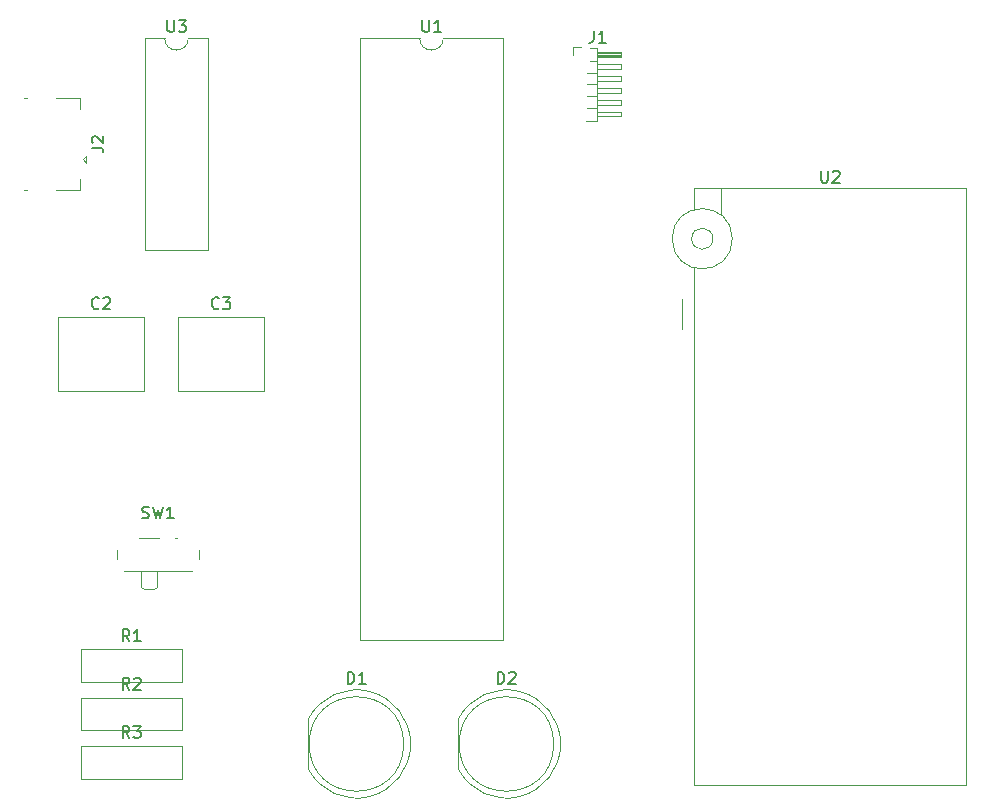
<source format=gbr>
%TF.GenerationSoftware,KiCad,Pcbnew,7.0.5-0*%
%TF.CreationDate,2023-06-15T01:07:24+01:00*%
%TF.ProjectId,EEPROM Programmer,45455052-4f4d-4205-9072-6f6772616d6d,rev?*%
%TF.SameCoordinates,Original*%
%TF.FileFunction,Legend,Top*%
%TF.FilePolarity,Positive*%
%FSLAX46Y46*%
G04 Gerber Fmt 4.6, Leading zero omitted, Abs format (unit mm)*
G04 Created by KiCad (PCBNEW 7.0.5-0) date 2023-06-15 01:07:24*
%MOMM*%
%LPD*%
G01*
G04 APERTURE LIST*
%ADD10C,0.150000*%
%ADD11C,0.120000*%
G04 APERTURE END LIST*
D10*
%TO.C,U1*%
X47498095Y-14904819D02*
X47498095Y-15714342D01*
X47498095Y-15714342D02*
X47545714Y-15809580D01*
X47545714Y-15809580D02*
X47593333Y-15857200D01*
X47593333Y-15857200D02*
X47688571Y-15904819D01*
X47688571Y-15904819D02*
X47879047Y-15904819D01*
X47879047Y-15904819D02*
X47974285Y-15857200D01*
X47974285Y-15857200D02*
X48021904Y-15809580D01*
X48021904Y-15809580D02*
X48069523Y-15714342D01*
X48069523Y-15714342D02*
X48069523Y-14904819D01*
X49069523Y-15904819D02*
X48498095Y-15904819D01*
X48783809Y-15904819D02*
X48783809Y-14904819D01*
X48783809Y-14904819D02*
X48688571Y-15047676D01*
X48688571Y-15047676D02*
X48593333Y-15142914D01*
X48593333Y-15142914D02*
X48498095Y-15190533D01*
%TO.C,C3*%
X30273333Y-39289580D02*
X30225714Y-39337200D01*
X30225714Y-39337200D02*
X30082857Y-39384819D01*
X30082857Y-39384819D02*
X29987619Y-39384819D01*
X29987619Y-39384819D02*
X29844762Y-39337200D01*
X29844762Y-39337200D02*
X29749524Y-39241961D01*
X29749524Y-39241961D02*
X29701905Y-39146723D01*
X29701905Y-39146723D02*
X29654286Y-38956247D01*
X29654286Y-38956247D02*
X29654286Y-38813390D01*
X29654286Y-38813390D02*
X29701905Y-38622914D01*
X29701905Y-38622914D02*
X29749524Y-38527676D01*
X29749524Y-38527676D02*
X29844762Y-38432438D01*
X29844762Y-38432438D02*
X29987619Y-38384819D01*
X29987619Y-38384819D02*
X30082857Y-38384819D01*
X30082857Y-38384819D02*
X30225714Y-38432438D01*
X30225714Y-38432438D02*
X30273333Y-38480057D01*
X30606667Y-38384819D02*
X31225714Y-38384819D01*
X31225714Y-38384819D02*
X30892381Y-38765771D01*
X30892381Y-38765771D02*
X31035238Y-38765771D01*
X31035238Y-38765771D02*
X31130476Y-38813390D01*
X31130476Y-38813390D02*
X31178095Y-38861009D01*
X31178095Y-38861009D02*
X31225714Y-38956247D01*
X31225714Y-38956247D02*
X31225714Y-39194342D01*
X31225714Y-39194342D02*
X31178095Y-39289580D01*
X31178095Y-39289580D02*
X31130476Y-39337200D01*
X31130476Y-39337200D02*
X31035238Y-39384819D01*
X31035238Y-39384819D02*
X30749524Y-39384819D01*
X30749524Y-39384819D02*
X30654286Y-39337200D01*
X30654286Y-39337200D02*
X30606667Y-39289580D01*
%TO.C,C2*%
X20113333Y-39289580D02*
X20065714Y-39337200D01*
X20065714Y-39337200D02*
X19922857Y-39384819D01*
X19922857Y-39384819D02*
X19827619Y-39384819D01*
X19827619Y-39384819D02*
X19684762Y-39337200D01*
X19684762Y-39337200D02*
X19589524Y-39241961D01*
X19589524Y-39241961D02*
X19541905Y-39146723D01*
X19541905Y-39146723D02*
X19494286Y-38956247D01*
X19494286Y-38956247D02*
X19494286Y-38813390D01*
X19494286Y-38813390D02*
X19541905Y-38622914D01*
X19541905Y-38622914D02*
X19589524Y-38527676D01*
X19589524Y-38527676D02*
X19684762Y-38432438D01*
X19684762Y-38432438D02*
X19827619Y-38384819D01*
X19827619Y-38384819D02*
X19922857Y-38384819D01*
X19922857Y-38384819D02*
X20065714Y-38432438D01*
X20065714Y-38432438D02*
X20113333Y-38480057D01*
X20494286Y-38480057D02*
X20541905Y-38432438D01*
X20541905Y-38432438D02*
X20637143Y-38384819D01*
X20637143Y-38384819D02*
X20875238Y-38384819D01*
X20875238Y-38384819D02*
X20970476Y-38432438D01*
X20970476Y-38432438D02*
X21018095Y-38480057D01*
X21018095Y-38480057D02*
X21065714Y-38575295D01*
X21065714Y-38575295D02*
X21065714Y-38670533D01*
X21065714Y-38670533D02*
X21018095Y-38813390D01*
X21018095Y-38813390D02*
X20446667Y-39384819D01*
X20446667Y-39384819D02*
X21065714Y-39384819D01*
%TO.C,U2*%
X81245595Y-27664819D02*
X81245595Y-28474342D01*
X81245595Y-28474342D02*
X81293214Y-28569580D01*
X81293214Y-28569580D02*
X81340833Y-28617200D01*
X81340833Y-28617200D02*
X81436071Y-28664819D01*
X81436071Y-28664819D02*
X81626547Y-28664819D01*
X81626547Y-28664819D02*
X81721785Y-28617200D01*
X81721785Y-28617200D02*
X81769404Y-28569580D01*
X81769404Y-28569580D02*
X81817023Y-28474342D01*
X81817023Y-28474342D02*
X81817023Y-27664819D01*
X82245595Y-27760057D02*
X82293214Y-27712438D01*
X82293214Y-27712438D02*
X82388452Y-27664819D01*
X82388452Y-27664819D02*
X82626547Y-27664819D01*
X82626547Y-27664819D02*
X82721785Y-27712438D01*
X82721785Y-27712438D02*
X82769404Y-27760057D01*
X82769404Y-27760057D02*
X82817023Y-27855295D01*
X82817023Y-27855295D02*
X82817023Y-27950533D01*
X82817023Y-27950533D02*
X82769404Y-28093390D01*
X82769404Y-28093390D02*
X82197976Y-28664819D01*
X82197976Y-28664819D02*
X82817023Y-28664819D01*
%TO.C,SW1*%
X23776667Y-57057200D02*
X23919524Y-57104819D01*
X23919524Y-57104819D02*
X24157619Y-57104819D01*
X24157619Y-57104819D02*
X24252857Y-57057200D01*
X24252857Y-57057200D02*
X24300476Y-57009580D01*
X24300476Y-57009580D02*
X24348095Y-56914342D01*
X24348095Y-56914342D02*
X24348095Y-56819104D01*
X24348095Y-56819104D02*
X24300476Y-56723866D01*
X24300476Y-56723866D02*
X24252857Y-56676247D01*
X24252857Y-56676247D02*
X24157619Y-56628628D01*
X24157619Y-56628628D02*
X23967143Y-56581009D01*
X23967143Y-56581009D02*
X23871905Y-56533390D01*
X23871905Y-56533390D02*
X23824286Y-56485771D01*
X23824286Y-56485771D02*
X23776667Y-56390533D01*
X23776667Y-56390533D02*
X23776667Y-56295295D01*
X23776667Y-56295295D02*
X23824286Y-56200057D01*
X23824286Y-56200057D02*
X23871905Y-56152438D01*
X23871905Y-56152438D02*
X23967143Y-56104819D01*
X23967143Y-56104819D02*
X24205238Y-56104819D01*
X24205238Y-56104819D02*
X24348095Y-56152438D01*
X24681429Y-56104819D02*
X24919524Y-57104819D01*
X24919524Y-57104819D02*
X25110000Y-56390533D01*
X25110000Y-56390533D02*
X25300476Y-57104819D01*
X25300476Y-57104819D02*
X25538572Y-56104819D01*
X26443333Y-57104819D02*
X25871905Y-57104819D01*
X26157619Y-57104819D02*
X26157619Y-56104819D01*
X26157619Y-56104819D02*
X26062381Y-56247676D01*
X26062381Y-56247676D02*
X25967143Y-56342914D01*
X25967143Y-56342914D02*
X25871905Y-56390533D01*
%TO.C,R3*%
X22693333Y-75684819D02*
X22360000Y-75208628D01*
X22121905Y-75684819D02*
X22121905Y-74684819D01*
X22121905Y-74684819D02*
X22502857Y-74684819D01*
X22502857Y-74684819D02*
X22598095Y-74732438D01*
X22598095Y-74732438D02*
X22645714Y-74780057D01*
X22645714Y-74780057D02*
X22693333Y-74875295D01*
X22693333Y-74875295D02*
X22693333Y-75018152D01*
X22693333Y-75018152D02*
X22645714Y-75113390D01*
X22645714Y-75113390D02*
X22598095Y-75161009D01*
X22598095Y-75161009D02*
X22502857Y-75208628D01*
X22502857Y-75208628D02*
X22121905Y-75208628D01*
X23026667Y-74684819D02*
X23645714Y-74684819D01*
X23645714Y-74684819D02*
X23312381Y-75065771D01*
X23312381Y-75065771D02*
X23455238Y-75065771D01*
X23455238Y-75065771D02*
X23550476Y-75113390D01*
X23550476Y-75113390D02*
X23598095Y-75161009D01*
X23598095Y-75161009D02*
X23645714Y-75256247D01*
X23645714Y-75256247D02*
X23645714Y-75494342D01*
X23645714Y-75494342D02*
X23598095Y-75589580D01*
X23598095Y-75589580D02*
X23550476Y-75637200D01*
X23550476Y-75637200D02*
X23455238Y-75684819D01*
X23455238Y-75684819D02*
X23169524Y-75684819D01*
X23169524Y-75684819D02*
X23074286Y-75637200D01*
X23074286Y-75637200D02*
X23026667Y-75589580D01*
%TO.C,R2*%
X22693333Y-71594819D02*
X22360000Y-71118628D01*
X22121905Y-71594819D02*
X22121905Y-70594819D01*
X22121905Y-70594819D02*
X22502857Y-70594819D01*
X22502857Y-70594819D02*
X22598095Y-70642438D01*
X22598095Y-70642438D02*
X22645714Y-70690057D01*
X22645714Y-70690057D02*
X22693333Y-70785295D01*
X22693333Y-70785295D02*
X22693333Y-70928152D01*
X22693333Y-70928152D02*
X22645714Y-71023390D01*
X22645714Y-71023390D02*
X22598095Y-71071009D01*
X22598095Y-71071009D02*
X22502857Y-71118628D01*
X22502857Y-71118628D02*
X22121905Y-71118628D01*
X23074286Y-70690057D02*
X23121905Y-70642438D01*
X23121905Y-70642438D02*
X23217143Y-70594819D01*
X23217143Y-70594819D02*
X23455238Y-70594819D01*
X23455238Y-70594819D02*
X23550476Y-70642438D01*
X23550476Y-70642438D02*
X23598095Y-70690057D01*
X23598095Y-70690057D02*
X23645714Y-70785295D01*
X23645714Y-70785295D02*
X23645714Y-70880533D01*
X23645714Y-70880533D02*
X23598095Y-71023390D01*
X23598095Y-71023390D02*
X23026667Y-71594819D01*
X23026667Y-71594819D02*
X23645714Y-71594819D01*
%TO.C,R1*%
X22693333Y-67504819D02*
X22360000Y-67028628D01*
X22121905Y-67504819D02*
X22121905Y-66504819D01*
X22121905Y-66504819D02*
X22502857Y-66504819D01*
X22502857Y-66504819D02*
X22598095Y-66552438D01*
X22598095Y-66552438D02*
X22645714Y-66600057D01*
X22645714Y-66600057D02*
X22693333Y-66695295D01*
X22693333Y-66695295D02*
X22693333Y-66838152D01*
X22693333Y-66838152D02*
X22645714Y-66933390D01*
X22645714Y-66933390D02*
X22598095Y-66981009D01*
X22598095Y-66981009D02*
X22502857Y-67028628D01*
X22502857Y-67028628D02*
X22121905Y-67028628D01*
X23645714Y-67504819D02*
X23074286Y-67504819D01*
X23360000Y-67504819D02*
X23360000Y-66504819D01*
X23360000Y-66504819D02*
X23264762Y-66647676D01*
X23264762Y-66647676D02*
X23169524Y-66742914D01*
X23169524Y-66742914D02*
X23074286Y-66790533D01*
%TO.C,J2*%
X19494819Y-25733333D02*
X20209104Y-25733333D01*
X20209104Y-25733333D02*
X20351961Y-25780952D01*
X20351961Y-25780952D02*
X20447200Y-25876190D01*
X20447200Y-25876190D02*
X20494819Y-26019047D01*
X20494819Y-26019047D02*
X20494819Y-26114285D01*
X19590057Y-25304761D02*
X19542438Y-25257142D01*
X19542438Y-25257142D02*
X19494819Y-25161904D01*
X19494819Y-25161904D02*
X19494819Y-24923809D01*
X19494819Y-24923809D02*
X19542438Y-24828571D01*
X19542438Y-24828571D02*
X19590057Y-24780952D01*
X19590057Y-24780952D02*
X19685295Y-24733333D01*
X19685295Y-24733333D02*
X19780533Y-24733333D01*
X19780533Y-24733333D02*
X19923390Y-24780952D01*
X19923390Y-24780952D02*
X20494819Y-25352380D01*
X20494819Y-25352380D02*
X20494819Y-24733333D01*
%TO.C,J1*%
X62001666Y-15814819D02*
X62001666Y-16529104D01*
X62001666Y-16529104D02*
X61954047Y-16671961D01*
X61954047Y-16671961D02*
X61858809Y-16767200D01*
X61858809Y-16767200D02*
X61715952Y-16814819D01*
X61715952Y-16814819D02*
X61620714Y-16814819D01*
X63001666Y-16814819D02*
X62430238Y-16814819D01*
X62715952Y-16814819D02*
X62715952Y-15814819D01*
X62715952Y-15814819D02*
X62620714Y-15957676D01*
X62620714Y-15957676D02*
X62525476Y-16052914D01*
X62525476Y-16052914D02*
X62430238Y-16100533D01*
%TO.C,D2*%
X53871905Y-71094819D02*
X53871905Y-70094819D01*
X53871905Y-70094819D02*
X54110000Y-70094819D01*
X54110000Y-70094819D02*
X54252857Y-70142438D01*
X54252857Y-70142438D02*
X54348095Y-70237676D01*
X54348095Y-70237676D02*
X54395714Y-70332914D01*
X54395714Y-70332914D02*
X54443333Y-70523390D01*
X54443333Y-70523390D02*
X54443333Y-70666247D01*
X54443333Y-70666247D02*
X54395714Y-70856723D01*
X54395714Y-70856723D02*
X54348095Y-70951961D01*
X54348095Y-70951961D02*
X54252857Y-71047200D01*
X54252857Y-71047200D02*
X54110000Y-71094819D01*
X54110000Y-71094819D02*
X53871905Y-71094819D01*
X54824286Y-70190057D02*
X54871905Y-70142438D01*
X54871905Y-70142438D02*
X54967143Y-70094819D01*
X54967143Y-70094819D02*
X55205238Y-70094819D01*
X55205238Y-70094819D02*
X55300476Y-70142438D01*
X55300476Y-70142438D02*
X55348095Y-70190057D01*
X55348095Y-70190057D02*
X55395714Y-70285295D01*
X55395714Y-70285295D02*
X55395714Y-70380533D01*
X55395714Y-70380533D02*
X55348095Y-70523390D01*
X55348095Y-70523390D02*
X54776667Y-71094819D01*
X54776667Y-71094819D02*
X55395714Y-71094819D01*
%TO.C,D1*%
X41171905Y-71094819D02*
X41171905Y-70094819D01*
X41171905Y-70094819D02*
X41410000Y-70094819D01*
X41410000Y-70094819D02*
X41552857Y-70142438D01*
X41552857Y-70142438D02*
X41648095Y-70237676D01*
X41648095Y-70237676D02*
X41695714Y-70332914D01*
X41695714Y-70332914D02*
X41743333Y-70523390D01*
X41743333Y-70523390D02*
X41743333Y-70666247D01*
X41743333Y-70666247D02*
X41695714Y-70856723D01*
X41695714Y-70856723D02*
X41648095Y-70951961D01*
X41648095Y-70951961D02*
X41552857Y-71047200D01*
X41552857Y-71047200D02*
X41410000Y-71094819D01*
X41410000Y-71094819D02*
X41171905Y-71094819D01*
X42695714Y-71094819D02*
X42124286Y-71094819D01*
X42410000Y-71094819D02*
X42410000Y-70094819D01*
X42410000Y-70094819D02*
X42314762Y-70237676D01*
X42314762Y-70237676D02*
X42219524Y-70332914D01*
X42219524Y-70332914D02*
X42124286Y-70380533D01*
%TO.C,U3*%
X25908095Y-14904819D02*
X25908095Y-15714342D01*
X25908095Y-15714342D02*
X25955714Y-15809580D01*
X25955714Y-15809580D02*
X26003333Y-15857200D01*
X26003333Y-15857200D02*
X26098571Y-15904819D01*
X26098571Y-15904819D02*
X26289047Y-15904819D01*
X26289047Y-15904819D02*
X26384285Y-15857200D01*
X26384285Y-15857200D02*
X26431904Y-15809580D01*
X26431904Y-15809580D02*
X26479523Y-15714342D01*
X26479523Y-15714342D02*
X26479523Y-14904819D01*
X26860476Y-14904819D02*
X27479523Y-14904819D01*
X27479523Y-14904819D02*
X27146190Y-15285771D01*
X27146190Y-15285771D02*
X27289047Y-15285771D01*
X27289047Y-15285771D02*
X27384285Y-15333390D01*
X27384285Y-15333390D02*
X27431904Y-15381009D01*
X27431904Y-15381009D02*
X27479523Y-15476247D01*
X27479523Y-15476247D02*
X27479523Y-15714342D01*
X27479523Y-15714342D02*
X27431904Y-15809580D01*
X27431904Y-15809580D02*
X27384285Y-15857200D01*
X27384285Y-15857200D02*
X27289047Y-15904819D01*
X27289047Y-15904819D02*
X27003333Y-15904819D01*
X27003333Y-15904819D02*
X26908095Y-15857200D01*
X26908095Y-15857200D02*
X26860476Y-15809580D01*
D11*
%TO.C,U1*%
X42200000Y-16450000D02*
X42200000Y-67370000D01*
X54320000Y-67370000D02*
X54320000Y-16450000D01*
X42200000Y-67370000D02*
X54320000Y-67370000D01*
X54320000Y-16450000D02*
X49260000Y-16450000D01*
X47260000Y-16450000D02*
X42200000Y-16450000D01*
X47260000Y-16450000D02*
G75*
G03*
X49260000Y-16450000I1000000J0D01*
G01*
%TO.C,C3*%
X26820000Y-46300000D02*
X34060000Y-46300000D01*
X26820000Y-40060000D02*
X34060000Y-40060000D01*
X26820000Y-40060000D02*
X26820000Y-46300000D01*
X34060000Y-40060000D02*
X34060000Y-46300000D01*
%TO.C,C2*%
X16660000Y-46300000D02*
X23900000Y-46300000D01*
X16660000Y-40060000D02*
X23900000Y-40060000D01*
X16660000Y-40060000D02*
X16660000Y-46300000D01*
X23900000Y-40060000D02*
X23900000Y-46300000D01*
%TO.C,U2*%
X70457500Y-35870000D02*
X70457500Y-79710000D01*
X93557500Y-79710000D02*
X93557500Y-29110000D01*
X69437500Y-41040000D02*
X69437500Y-38500000D01*
X93557500Y-29110000D02*
X70457500Y-29110000D01*
X70457500Y-29110000D02*
X70457500Y-30970000D01*
X70457500Y-79710000D02*
X93557500Y-79710000D01*
X72737500Y-29110000D02*
X72737500Y-31370000D01*
X72087500Y-33420000D02*
G75*
G03*
X72087500Y-33420000I-900000J0D01*
G01*
X73737500Y-33420000D02*
G75*
G03*
X73737500Y-33420000I-2550000J0D01*
G01*
%TO.C,SW1*%
X23710000Y-61580000D02*
X23710000Y-62870000D01*
X28560000Y-60570000D02*
X28560000Y-59780000D01*
X26510000Y-58730000D02*
X26710000Y-58730000D01*
X22260000Y-61580000D02*
X27960000Y-61580000D01*
X23910000Y-63080000D02*
X24810000Y-63080000D01*
X21660000Y-59780000D02*
X21660000Y-60570000D01*
X25010000Y-62870000D02*
X24810000Y-63080000D01*
X25010000Y-62870000D02*
X25010000Y-61580000D01*
X23710000Y-62870000D02*
X23910000Y-63080000D01*
X23510000Y-58730000D02*
X25210000Y-58730000D01*
%TO.C,R3*%
X27170000Y-76360000D02*
X27170000Y-79140000D01*
X18550000Y-76360000D02*
X27170000Y-76360000D01*
X18550000Y-76360000D02*
X18550000Y-79140000D01*
X18550000Y-79140000D02*
X27170000Y-79140000D01*
%TO.C,R2*%
X27170000Y-72270000D02*
X27170000Y-75050000D01*
X18550000Y-72270000D02*
X27170000Y-72270000D01*
X18550000Y-72270000D02*
X18550000Y-75050000D01*
X18550000Y-75050000D02*
X27170000Y-75050000D01*
%TO.C,R1*%
X27170000Y-68180000D02*
X27170000Y-70960000D01*
X18550000Y-68180000D02*
X27170000Y-68180000D01*
X18550000Y-68180000D02*
X18550000Y-70960000D01*
X18550000Y-70960000D02*
X27170000Y-70960000D01*
%TO.C,J2*%
X14040000Y-21530000D02*
X13790000Y-21530000D01*
X18510000Y-21530000D02*
X16440000Y-21530000D01*
X19040000Y-26400000D02*
X19040000Y-27000000D01*
X18740000Y-26700000D02*
X19040000Y-27000000D01*
X18510000Y-28400000D02*
X18510000Y-29270000D01*
X18510000Y-29270000D02*
X16440000Y-29270000D01*
X18510000Y-21530000D02*
X18510000Y-22400000D01*
X14040000Y-29270000D02*
X13790000Y-29270000D01*
X18740000Y-26700000D02*
X19040000Y-26400000D01*
%TO.C,J1*%
X62270000Y-17830000D02*
X64270000Y-17830000D01*
X60275000Y-17860000D02*
X60275000Y-17175000D01*
X64270000Y-23070000D02*
X62270000Y-23070000D01*
X64270000Y-21070000D02*
X62270000Y-21070000D01*
X62270000Y-17950000D02*
X64270000Y-17950000D01*
X61428215Y-19360000D02*
X62270000Y-19360000D01*
X64270000Y-22650000D02*
X64270000Y-23070000D01*
X64270000Y-21650000D02*
X64270000Y-22070000D01*
X62270000Y-23420000D02*
X61354493Y-23420000D01*
X64270000Y-20650000D02*
X64270000Y-21070000D01*
X61645000Y-17300000D02*
X62270000Y-17300000D01*
X61428215Y-22360000D02*
X62270000Y-22360000D01*
X64270000Y-19650000D02*
X64270000Y-20070000D01*
X61428215Y-21360000D02*
X62270000Y-21360000D01*
X61645000Y-18360000D02*
X62270000Y-18360000D01*
X62270000Y-17710000D02*
X64270000Y-17710000D01*
X62270000Y-20650000D02*
X64270000Y-20650000D01*
X62270000Y-17650000D02*
X64270000Y-17650000D01*
X62270000Y-21650000D02*
X64270000Y-21650000D01*
X62270000Y-22650000D02*
X64270000Y-22650000D01*
X61428215Y-20360000D02*
X62270000Y-20360000D01*
X64270000Y-18070000D02*
X62270000Y-18070000D01*
X62270000Y-18650000D02*
X64270000Y-18650000D01*
X62270000Y-17300000D02*
X62270000Y-23420000D01*
X64270000Y-19070000D02*
X62270000Y-19070000D01*
X60275000Y-17175000D02*
X60960000Y-17175000D01*
X62270000Y-19650000D02*
X64270000Y-19650000D01*
X64270000Y-17650000D02*
X64270000Y-18070000D01*
X64270000Y-22070000D02*
X62270000Y-22070000D01*
X64270000Y-20070000D02*
X62270000Y-20070000D01*
X64270000Y-18650000D02*
X64270000Y-19070000D01*
%TO.C,D2*%
X50550000Y-74058000D02*
X50550000Y-78342000D01*
X50550000Y-78341145D02*
G75*
G03*
X59200000Y-76199514I4060000J2141145D01*
G01*
X59200000Y-76200486D02*
G75*
G03*
X50550000Y-74058855I-4590000J486D01*
G01*
X58610000Y-76200000D02*
G75*
G03*
X58610000Y-76200000I-4000000J0D01*
G01*
%TO.C,D1*%
X37850000Y-74058000D02*
X37850000Y-78342000D01*
X37850000Y-78341145D02*
G75*
G03*
X46500000Y-76199514I4060000J2141145D01*
G01*
X46500000Y-76200486D02*
G75*
G03*
X37850000Y-74058855I-4590000J486D01*
G01*
X45910000Y-76200000D02*
G75*
G03*
X45910000Y-76200000I-4000000J0D01*
G01*
%TO.C,U3*%
X24020000Y-16450000D02*
X24020000Y-34350000D01*
X29320000Y-16450000D02*
X27670000Y-16450000D01*
X24020000Y-34350000D02*
X29320000Y-34350000D01*
X29320000Y-34350000D02*
X29320000Y-16450000D01*
X25670000Y-16450000D02*
X24020000Y-16450000D01*
X25670000Y-16450000D02*
G75*
G03*
X27670000Y-16450000I1000000J0D01*
G01*
%TD*%
M02*

</source>
